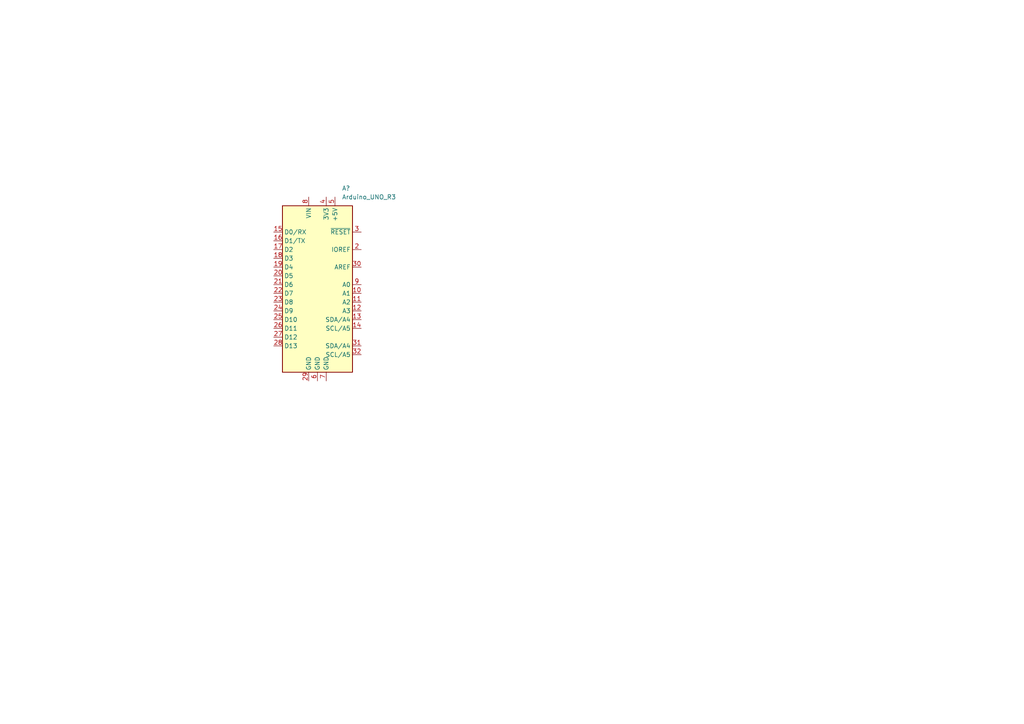
<source format=kicad_sch>
(kicad_sch (version 20211123) (generator eeschema)
  (paper "A4")
  (lib_symbols
    (symbol "MCU_Module:Arduino_UNO_R3"
      (property "Reference" "A" (at -10.16 23.495 0))
      (property "Value" "Arduino_UNO_R3" (at 5.08 -26.67 0))
      (symbol "Arduino_UNO_R3_0_1"
        (rectangle (start -10.16 22.86) (end 10.16 -25.4) (stroke (width 0.254)) (fill (type background)))
      )
      (symbol "Arduino_UNO_R3_1_1"
        (pin no_connect line (at -10.16 -20.32 0) (length 2.54) hide (name "NC") (number "1"))
        (pin bidirectional line (at 12.7 -2.54 180) (length 2.54) (name "A1") (number "10"))
        (pin bidirectional line (at 12.7 -5.08 180) (length 2.54) (name "A2") (number "11"))
        (pin bidirectional line (at 12.7 -7.62 180) (length 2.54) (name "A3") (number "12"))
        (pin bidirectional line (at 12.7 -10.16 180) (length 2.54) (name "SDA/A4") (number "13"))
        (pin bidirectional line (at 12.7 -12.7 180) (length 2.54) (name "SCL/A5") (number "14"))
        (pin bidirectional line (at -12.7 15.24 0) (length 2.54) (name "D0/RX") (number "15"))
        (pin bidirectional line (at -12.7 12.7 0) (length 2.54) (name "D1/TX") (number "16"))
        (pin bidirectional line (at -12.7 10.16 0) (length 2.54) (name "D2") (number "17"))
        (pin bidirectional line (at -12.7 7.62 0) (length 2.54) (name "D3") (number "18"))
        (pin bidirectional line (at -12.7 5.08 0) (length 2.54) (name "D4") (number "19"))
        (pin output line (at 12.7 10.16 180) (length 2.54) (name "IOREF") (number "2"))
        (pin bidirectional line (at -12.7 2.54 0) (length 2.54) (name "D5") (number "20"))
        (pin bidirectional line (at -12.7 0 0) (length 2.54) (name "D6") (number "21"))
        (pin bidirectional line (at -12.7 -2.54 0) (length 2.54) (name "D7") (number "22"))
        (pin bidirectional line (at -12.7 -5.08 0) (length 2.54) (name "D8") (number "23"))
        (pin bidirectional line (at -12.7 -7.62 0) (length 2.54) (name "D9") (number "24"))
        (pin bidirectional line (at -12.7 -10.16 0) (length 2.54) (name "D10") (number "25"))
        (pin bidirectional line (at -12.7 -12.7 0) (length 2.54) (name "D11") (number "26"))
        (pin bidirectional line (at -12.7 -15.24 0) (length 2.54) (name "D12") (number "27"))
        (pin bidirectional line (at -12.7 -17.78 0) (length 2.54) (name "D13") (number "28"))
        (pin power_in line (at -2.54 -27.94 90) (length 2.54) (name "GND") (number "29"))
        (pin input line (at 12.7 15.24 180) (length 2.54) (name "~{RESET}") (number "3"))
        (pin input line (at 12.7 5.08 180) (length 2.54) (name "AREF") (number "30"))
        (pin bidirectional line (at 12.7 -17.78 180) (length 2.54) (name "SDA/A4") (number "31"))
        (pin bidirectional line (at 12.7 -20.32 180) (length 2.54) (name "SCL/A5") (number "32"))
        (pin power_out line (at 2.54 25.4 270) (length 2.54) (name "3V3") (number "4"))
        (pin power_out line (at 5.08 25.4 270) (length 2.54) (name "+5V") (number "5"))
        (pin power_in line (at 0 -27.94 90) (length 2.54) (name "GND") (number "6"))
        (pin power_in line (at 2.54 -27.94 90) (length 2.54) (name "GND") (number "7"))
        (pin power_in line (at -2.54 25.4 270) (length 2.54) (name "VIN") (number "8"))
        (pin bidirectional line (at 12.7 0 180) (length 2.54) (name "A0") (number "9"))
      )
    )
  )
  (symbol (lib_id "MCU_Module:Arduino_UNO_R3") (at 92.075 82.55 0) (unit 1)
    (property "Reference" "A?" (at 99.1744 54.61 0) (effects (justify left)))
    (property "Value" "Arduino_UNO_R3" (at 99.1744 57.15 0) (effects (justify left)))
    (property "Footprint" "Module:Arduino_UNO_R3" (effects hide))
    (property "Datasheet" "https://www.arduino.cc/en/Main/arduinoBoardUno" (effects hide))
  )
)
</source>
